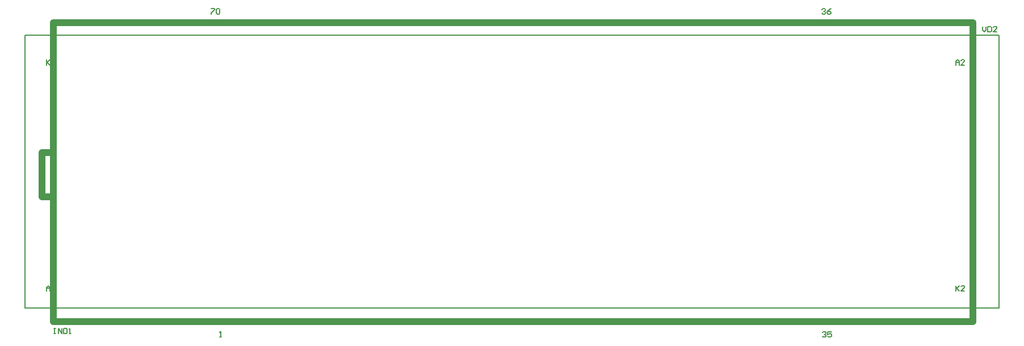
<source format=gto>
G04 Layer_Color=65535*
%FSLAX24Y24*%
%MOIN*%
G70*
G01*
G75*
%ADD10C,0.0079*%
%ADD12C,0.0394*%
D10*
X12010Y24862D02*
X69195D01*
X12010D02*
Y40906D01*
X69195Y24862D02*
Y40906D01*
X12010D02*
X69195D01*
X13701Y23681D02*
X13806D01*
X13753D01*
Y23366D01*
X13701D01*
X13806D01*
X13963D02*
Y23681D01*
X14173Y23366D01*
Y23681D01*
X14278D02*
Y23366D01*
X14435D01*
X14488Y23419D01*
Y23629D01*
X14435Y23681D01*
X14278D01*
X14593Y23366D02*
X14698D01*
X14645D01*
Y23681D01*
X14593Y23629D01*
X68238Y41417D02*
Y41207D01*
X68343Y41102D01*
X68448Y41207D01*
Y41417D01*
X68553D02*
Y41102D01*
X68710D01*
X68763Y41155D01*
Y41365D01*
X68710Y41417D01*
X68553D01*
X69078Y41102D02*
X68868D01*
X69078Y41312D01*
Y41365D01*
X69025Y41417D01*
X68920D01*
X68868Y41365D01*
X23442Y23183D02*
X23547D01*
X23495D01*
Y23498D01*
X23442Y23445D01*
X58836Y23425D02*
X58888Y23478D01*
X58993D01*
X59046Y23425D01*
Y23373D01*
X58993Y23320D01*
X58941D01*
X58993D01*
X59046Y23268D01*
Y23215D01*
X58993Y23163D01*
X58888D01*
X58836Y23215D01*
X59361Y23478D02*
X59151D01*
Y23320D01*
X59256Y23373D01*
X59308D01*
X59361Y23320D01*
Y23215D01*
X59308Y23163D01*
X59203D01*
X59151Y23215D01*
X58806Y42412D02*
X58859Y42464D01*
X58964D01*
X59016Y42412D01*
Y42359D01*
X58964Y42307D01*
X58911D01*
X58964D01*
X59016Y42254D01*
Y42202D01*
X58964Y42149D01*
X58859D01*
X58806Y42202D01*
X59331Y42464D02*
X59226Y42412D01*
X59121Y42307D01*
Y42202D01*
X59174Y42149D01*
X59279D01*
X59331Y42202D01*
Y42254D01*
X59279Y42307D01*
X59121D01*
X22930Y42464D02*
X23140D01*
Y42412D01*
X22930Y42202D01*
Y42149D01*
X23245Y42412D02*
X23298Y42464D01*
X23403D01*
X23455Y42412D01*
Y42202D01*
X23403Y42149D01*
X23298D01*
X23245Y42202D01*
Y42412D01*
X13260Y25866D02*
Y26076D01*
X13365Y26181D01*
X13470Y26076D01*
Y25866D01*
Y26024D01*
X13260D01*
X13575Y25866D02*
X13680D01*
X13628D01*
Y26181D01*
X13575Y26129D01*
X13260Y39468D02*
Y39154D01*
Y39258D01*
X13470Y39468D01*
X13313Y39311D01*
X13470Y39154D01*
X13575D02*
X13680D01*
X13628D01*
Y39468D01*
X13575Y39416D01*
X66656Y26181D02*
Y25866D01*
Y25971D01*
X66866Y26181D01*
X66708Y26024D01*
X66866Y25866D01*
X67181D02*
X66971D01*
X67181Y26076D01*
Y26129D01*
X67128Y26181D01*
X67023D01*
X66971Y26129D01*
X66656Y39154D02*
Y39363D01*
X66761Y39468D01*
X66866Y39363D01*
Y39154D01*
Y39311D01*
X66656D01*
X67181Y39154D02*
X66971D01*
X67181Y39363D01*
Y39416D01*
X67128Y39468D01*
X67023D01*
X66971Y39416D01*
D12*
X13678Y24072D02*
Y41628D01*
X67684D01*
Y24072D02*
Y41628D01*
X13678Y24072D02*
X67684D01*
X12999Y31401D02*
X13678D01*
X12999D02*
Y34019D01*
X13669D01*
M02*

</source>
